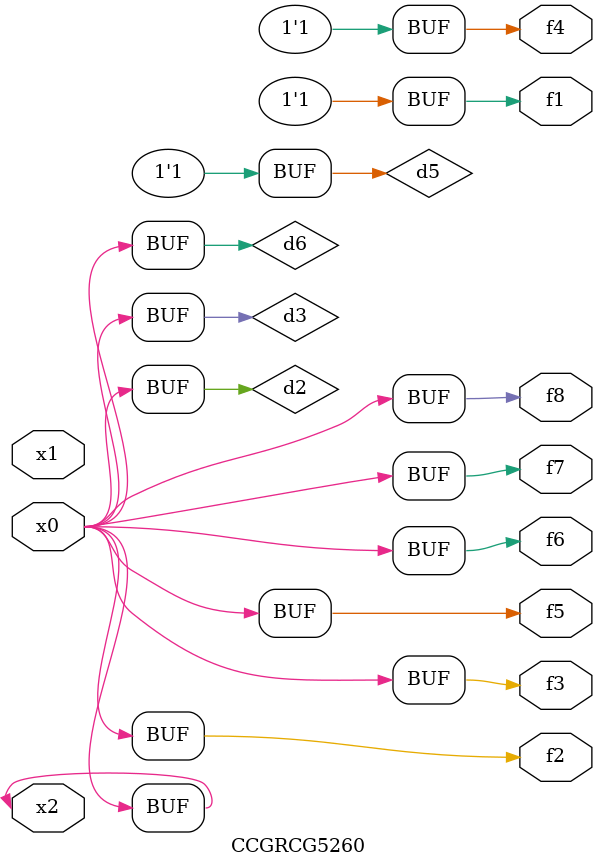
<source format=v>
module CCGRCG5260(
	input x0, x1, x2,
	output f1, f2, f3, f4, f5, f6, f7, f8
);

	wire d1, d2, d3, d4, d5, d6;

	xnor (d1, x2);
	buf (d2, x0, x2);
	and (d3, x0);
	xnor (d4, x1, x2);
	nand (d5, d1, d3);
	buf (d6, d2, d3);
	assign f1 = d5;
	assign f2 = d6;
	assign f3 = d6;
	assign f4 = d5;
	assign f5 = d6;
	assign f6 = d6;
	assign f7 = d6;
	assign f8 = d6;
endmodule

</source>
